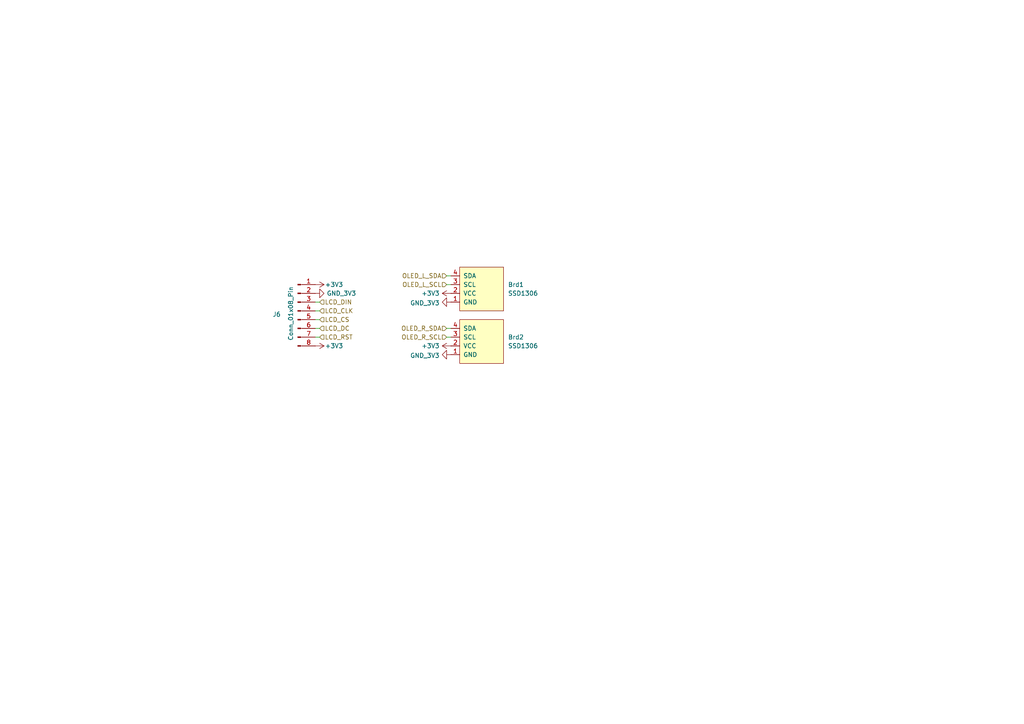
<source format=kicad_sch>
(kicad_sch (version 20231120) (generator "eeschema") (generator_version "8.0")
  (paper "A4")
  (lib_symbols
    (symbol "Connector:Conn_01x08_Pin" (pin_names (offset 1.016) hide)
      (property "Reference" "J" (at 0 10.16 0))
      (property "Value" "Conn_01x08_Pin" (at 0 -12.7 0))
      (symbol "Conn_01x08_Pin_1_1"
        (polyline (pts (xy 1.27 -10.16) (xy 0.8636 -10.16)) (stroke (width 0.1524)))
        (polyline (pts (xy 1.27 -7.62) (xy 0.8636 -7.62)) (stroke (width 0.1524)))
        (polyline (pts (xy 1.27 -5.08) (xy 0.8636 -5.08)) (stroke (width 0.1524)))
        (polyline (pts (xy 1.27 -2.54) (xy 0.8636 -2.54)) (stroke (width 0.1524)))
        (polyline (pts (xy 1.27 0) (xy 0.8636 0)) (stroke (width 0.1524)))
        (polyline (pts (xy 1.27 2.54) (xy 0.8636 2.54)) (stroke (width 0.1524)))
        (polyline (pts (xy 1.27 5.08) (xy 0.8636 5.08)) (stroke (width 0.1524)))
        (polyline (pts (xy 1.27 7.62) (xy 0.8636 7.62)) (stroke (width 0.1524)))
        (rectangle (start 0.8636 -10.033) (end 0 -10.287) (stroke (width 0.1524)) (fill (type outline)))
        (rectangle (start 0.8636 -7.493) (end 0 -7.747) (stroke (width 0.1524)) (fill (type outline)))
        (rectangle (start 0.8636 -4.953) (end 0 -5.207) (stroke (width 0.1524)) (fill (type outline)))
        (rectangle (start 0.8636 -2.413) (end 0 -2.667) (stroke (width 0.1524)) (fill (type outline)))
        (rectangle (start 0.8636 0.127) (end 0 -0.127) (stroke (width 0.1524)) (fill (type outline)))
        (rectangle (start 0.8636 2.667) (end 0 2.413) (stroke (width 0.1524)) (fill (type outline)))
        (rectangle (start 0.8636 5.207) (end 0 4.953) (stroke (width 0.1524)) (fill (type outline)))
        (rectangle (start 0.8636 7.747) (end 0 7.493) (stroke (width 0.1524)) (fill (type outline)))
        (pin passive line (at 5.08 7.62 180) (length 3.81) (name "Pin_1") (number "1"))
        (pin passive line (at 5.08 5.08 180) (length 3.81) (name "Pin_2") (number "2"))
        (pin passive line (at 5.08 2.54 180) (length 3.81) (name "Pin_3") (number "3"))
        (pin passive line (at 5.08 0 180) (length 3.81) (name "Pin_4") (number "4"))
        (pin passive line (at 5.08 -2.54 180) (length 3.81) (name "Pin_5") (number "5"))
        (pin passive line (at 5.08 -5.08 180) (length 3.81) (name "Pin_6") (number "6"))
        (pin passive line (at 5.08 -7.62 180) (length 3.81) (name "Pin_7") (number "7"))
        (pin passive line (at 5.08 -10.16 180) (length 3.81) (name "Pin_8") (number "8"))
      )
    )
    (symbol "SSD1306:SSD1306" (pin_names (offset 1.016))
      (property "Reference" "Brd" (at 0 -3.81 0))
      (property "Value" "SSD1306" (at 0 -1.27 0))
      (symbol "SSD1306_0_1"
        (rectangle (start -6.35 6.35) (end 6.35 -6.35) (fill (type background)))
      )
      (symbol "SSD1306_1_1"
        (pin input line (at -3.81 8.89 270) (length 2.54) (name "GND") (number "1"))
        (pin input line (at -1.27 8.89 270) (length 2.54) (name "VCC") (number "2"))
        (pin input line (at 1.27 8.89 270) (length 2.54) (name "SCL") (number "3"))
        (pin input line (at 3.81 8.89 270) (length 2.54) (name "SDA") (number "4"))
      )
    )
    (symbol "power:+3V3" (power) (pin_numbers hide) (pin_names (offset 0) hide)
      (property "Value" "+3V3" (at 0 3.556 0))
      (symbol "+3V3_0_1"
        (polyline (pts (xy -0.762 1.27) (xy 0 2.54)))
        (polyline (pts (xy 0 0) (xy 0 2.54)))
        (polyline (pts (xy 0 2.54) (xy 0.762 1.27)))
      )
      (symbol "+3V3_1_1"
        (pin power_in line (at 0 0 90) (length 0) (name "~") (number "1"))
      )
    )
    (symbol "power:GND" (power) (pin_numbers hide) (pin_names (offset 0) hide)
      (property "Value" "GND" (at 0 -3.81 0))
      (symbol "GND_0_1"
        (polyline (pts (xy 0 0) (xy 0 -1.27) (xy 1.27 -1.27) (xy 0 -2.54) (xy -1.27 -1.27) (xy 0 -1.27)))
      )
      (symbol "GND_1_1"
        (pin power_in line (at 0 0 270) (length 0) (name "~") (number "1"))
      )
    )
  )
  (wire (pts (xy 129.54 82.55) (xy 130.81 82.55)))
  (wire (pts (xy 92.71 97.79) (xy 91.44 97.79)))
  (wire (pts (xy 129.54 97.79) (xy 130.81 97.79)))
  (wire (pts (xy 129.54 95.25) (xy 130.81 95.25)))
  (wire (pts (xy 92.71 90.17) (xy 91.44 90.17)))
  (wire (pts (xy 129.54 80.01) (xy 130.81 80.01)))
  (wire (pts (xy 92.71 87.63) (xy 91.44 87.63)))
  (wire (pts (xy 92.71 92.71) (xy 91.44 92.71)))
  (wire (pts (xy 92.71 95.25) (xy 91.44 95.25)))
  (hierarchical_label "LCD_DC" (shape input) (at 92.71 95.25 0))
  (hierarchical_label "LCD_RST" (shape input) (at 92.71 97.79 0))
  (hierarchical_label "LCD_DIN" (shape input) (at 92.71 87.63 0))
  (hierarchical_label "OLED_L_SCL" (shape input) (at 129.54 82.55 180))
  (hierarchical_label "OLED_R_SDA" (shape input) (at 129.54 95.25 180))
  (hierarchical_label "OLED_R_SCL" (shape input) (at 129.54 97.79 180))
  (hierarchical_label "LCD_CLK" (shape input) (at 92.71 90.17 0))
  (hierarchical_label "LCD_CS" (shape input) (at 92.71 92.71 0))
  (hierarchical_label "OLED_L_SDA" (shape input) (at 129.54 80.01 180))
  (symbol (lib_id "power:GND") (at 91.44 85.09 90) (unit 1)
    (property "Reference" "#PWR096" (effects (hide yes)))
    (property "Value" "GND_3V3" (at 94.742 85.09 90) (effects (justify right)))
    (property "Description" "Power symbol creates a global label with name \"GND\" , ground" (effects (hide yes)))
  )
  (symbol (lib_id "power:+3V3") (at 91.44 82.55 270) (unit 1)
    (property "Reference" "#PWR095" (effects (hide yes)))
    (property "Value" "+3V3" (at 94.234 82.55 90) (effects (justify left)))
    (property "Description" "Power symbol creates a global label with name \"+3V3\"" (effects (hide yes)))
  )
  (symbol (lib_id "Connector:Conn_01x08_Pin") (at 86.36 90.17 0) (unit 1)
    (property "Reference" "J6" (at 80.264 91.186 0))
    (property "Value" "Conn_01x08_Pin" (at 84.328 90.932 90))
    (property "Footprint" "2inch_LCD:2inch_LCD" (effects (hide yes)))
    (property "Description" "Generic connector, single row, 01x08, script generated" (effects (hide yes)))
    (property "MANUF_PN" "N/A" (effects (hide yes)))
  )
  (symbol (lib_id "power:+3V3") (at 91.44 100.33 270) (unit 1)
    (property "Reference" "#PWR097" (effects (hide yes)))
    (property "Value" "+3V3" (at 94.234 100.33 90) (effects (justify left)))
    (property "Description" "Power symbol creates a global label with name \"+3V3\"" (effects (hide yes)))
  )
  (symbol (lib_id "power:+3V3") (at 130.81 100.33 90) (unit 1)
    (property "Reference" "#PWR0100" (effects (hide yes)))
    (property "Value" "+3V3" (at 127.508 100.33 90) (effects (justify left)))
    (property "Description" "Power symbol creates a global label with name \"+3V3\"" (effects (hide yes)))
  )
  (symbol (lib_id "power:GND") (at 130.81 87.63 270) (unit 1)
    (property "Reference" "#PWR099" (effects (hide yes)))
    (property "Value" "GND_3V3" (at 127.508 87.884 90) (effects (justify right)))
    (property "Description" "Power symbol creates a global label with name \"GND\" , ground" (effects (hide yes)))
  )
  (symbol (lib_id "SSD1306:SSD1306") (at 139.7 99.06 90) (unit 1)
    (property "Reference" "Brd2" (at 147.32 97.7899 90) (effects (justify right)))
    (property "Value" "SSD1306" (at 147.32 100.3299 90) (effects (justify right)))
    (property "Footprint" "SSD1306:128x64OLED" (effects (hide yes)))
    (property "Description" "SSD1306 OLED" (effects (hide yes)))
    (property "MANUF_PN" "N/A" (effects (hide yes)))
  )
  (symbol (lib_id "power:GND") (at 130.81 102.87 270) (unit 1)
    (property "Reference" "#PWR0101" (effects (hide yes)))
    (property "Value" "GND_3V3" (at 127.508 103.124 90) (effects (justify right)))
    (property "Description" "Power symbol creates a global label with name \"GND\" , ground" (effects (hide yes)))
  )
  (symbol (lib_id "SSD1306:SSD1306") (at 139.7 83.82 90) (unit 1)
    (property "Reference" "Brd1" (at 147.32 82.5499 90) (effects (justify right)))
    (property "Value" "SSD1306" (at 147.32 85.0899 90) (effects (justify right)))
    (property "Footprint" "SSD1306:128x64OLED" (effects (hide yes)))
    (property "Description" "SSD1306 OLED" (effects (hide yes)))
    (property "MANUF_PN" "N/A" (effects (hide yes)))
  )
  (symbol (lib_id "power:+3V3") (at 130.81 85.09 90) (unit 1)
    (property "Reference" "#PWR098" (effects (hide yes)))
    (property "Value" "+3V3" (at 127.508 85.09 90) (effects (justify left)))
    (property "Description" "Power symbol creates a global label with name \"+3V3\"" (effects (hide yes)))
  )
)
</source>
